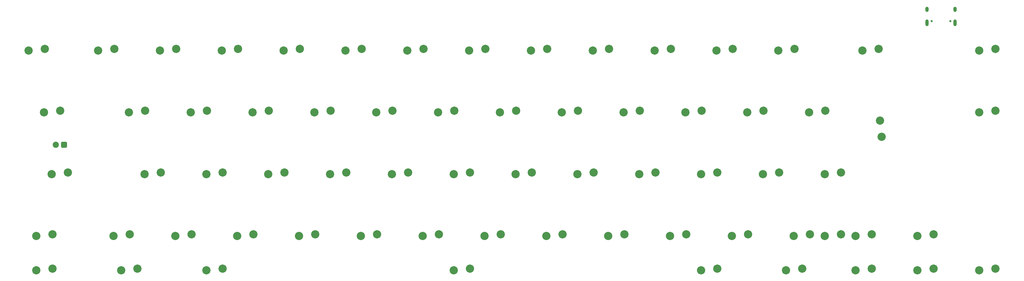
<source format=gbr>
G04 #@! TF.GenerationSoftware,KiCad,Pcbnew,(6.0.11)*
G04 #@! TF.CreationDate,2023-02-22T21:30:24+00:00*
G04 #@! TF.ProjectId,borsdorf,626f7273-646f-4726-962e-6b696361645f,rev?*
G04 #@! TF.SameCoordinates,Original*
G04 #@! TF.FileFunction,Soldermask,Top*
G04 #@! TF.FilePolarity,Negative*
%FSLAX46Y46*%
G04 Gerber Fmt 4.6, Leading zero omitted, Abs format (unit mm)*
G04 Created by KiCad (PCBNEW (6.0.11)) date 2023-02-22 21:30:24*
%MOMM*%
%LPD*%
G01*
G04 APERTURE LIST*
G04 Aperture macros list*
%AMRoundRect*
0 Rectangle with rounded corners*
0 $1 Rounding radius*
0 $2 $3 $4 $5 $6 $7 $8 $9 X,Y pos of 4 corners*
0 Add a 4 corners polygon primitive as box body*
4,1,4,$2,$3,$4,$5,$6,$7,$8,$9,$2,$3,0*
0 Add four circle primitives for the rounded corners*
1,1,$1+$1,$2,$3*
1,1,$1+$1,$4,$5*
1,1,$1+$1,$6,$7*
1,1,$1+$1,$8,$9*
0 Add four rect primitives between the rounded corners*
20,1,$1+$1,$2,$3,$4,$5,0*
20,1,$1+$1,$4,$5,$6,$7,0*
20,1,$1+$1,$6,$7,$8,$9,0*
20,1,$1+$1,$8,$9,$2,$3,0*%
G04 Aperture macros list end*
%ADD10C,2.540000*%
%ADD11RoundRect,0.476250X0.476250X0.476250X-0.476250X0.476250X-0.476250X-0.476250X0.476250X-0.476250X0*%
%ADD12C,1.905000*%
%ADD13C,0.650000*%
%ADD14O,1.000000X2.100000*%
%ADD15O,1.000000X1.600000*%
G04 APERTURE END LIST*
D10*
X52268750Y-90225000D03*
X57268750Y-89725000D03*
D11*
X56038750Y-81125000D03*
D12*
X53498750Y-81125000D03*
D10*
X307443750Y-73700000D03*
X307943750Y-78700000D03*
X280868750Y-109275000D03*
X285868750Y-108775000D03*
X45125000Y-52125000D03*
X50125000Y-51625000D03*
X66556250Y-52125000D03*
X71556250Y-51625000D03*
X85606250Y-52125000D03*
X90606250Y-51625000D03*
X104656250Y-52125000D03*
X109656250Y-51625000D03*
X123706250Y-52125000D03*
X128706250Y-51625000D03*
X142756250Y-52125000D03*
X147756250Y-51625000D03*
X161806250Y-52125000D03*
X166806250Y-51625000D03*
X180856250Y-52125000D03*
X185856250Y-51625000D03*
X199906250Y-52125000D03*
X204906250Y-51625000D03*
X218956250Y-52125000D03*
X223956250Y-51625000D03*
X238006250Y-52125000D03*
X243006250Y-51625000D03*
X257056250Y-52125000D03*
X262056250Y-51625000D03*
X276106250Y-52125000D03*
X281106250Y-51625000D03*
X302050000Y-52125000D03*
X307050000Y-51625000D03*
X49887500Y-71175000D03*
X54887500Y-70675000D03*
X76081250Y-71175000D03*
X81081250Y-70675000D03*
X95131250Y-71175000D03*
X100131250Y-70675000D03*
X114181250Y-71175000D03*
X119181250Y-70675000D03*
X133231250Y-71175000D03*
X138231250Y-70675000D03*
X152281250Y-71175000D03*
X157281250Y-70675000D03*
X171331250Y-71175000D03*
X176331250Y-70675000D03*
X190381250Y-71175000D03*
X195381250Y-70675000D03*
X209431250Y-71175000D03*
X214431250Y-70675000D03*
X228481250Y-71175000D03*
X233481250Y-70675000D03*
X247531250Y-71175000D03*
X252531250Y-70675000D03*
X266581250Y-71175000D03*
X271581250Y-70675000D03*
X285631250Y-71175000D03*
X290631250Y-70675000D03*
X80843750Y-90225000D03*
X85843750Y-89725000D03*
X99893750Y-90225000D03*
X104893750Y-89725000D03*
X118943750Y-90225000D03*
X123943750Y-89725000D03*
X137993750Y-90225000D03*
X142993750Y-89725000D03*
X157043750Y-90225000D03*
X162043750Y-89725000D03*
X176093750Y-90225000D03*
X181093750Y-89725000D03*
X195143750Y-90225000D03*
X200143750Y-89725000D03*
X214193750Y-90225000D03*
X219193750Y-89725000D03*
X233243750Y-90225000D03*
X238243750Y-89725000D03*
X252293750Y-90225000D03*
X257293750Y-89725000D03*
X271343750Y-90225000D03*
X276343750Y-89725000D03*
X47506250Y-109275000D03*
X52506250Y-108775000D03*
X90368750Y-109275000D03*
X95368750Y-108775000D03*
X109418750Y-109275000D03*
X114418750Y-108775000D03*
X128468750Y-109275000D03*
X133468750Y-108775000D03*
X147518750Y-109275000D03*
X152518750Y-108775000D03*
X166568750Y-109275000D03*
X171568750Y-108775000D03*
X185618750Y-109275000D03*
X190618750Y-108775000D03*
X204668750Y-109275000D03*
X209668750Y-108775000D03*
X223718750Y-109275000D03*
X228718750Y-108775000D03*
X242768750Y-109275000D03*
X247768750Y-108775000D03*
X261818750Y-109275000D03*
X266818750Y-108775000D03*
X299918750Y-109275000D03*
X304918750Y-108775000D03*
X78700000Y-119325000D03*
X73700000Y-119825000D03*
X104893750Y-119325000D03*
X99893750Y-119825000D03*
X181093750Y-119325000D03*
X176093750Y-119825000D03*
X257293750Y-119325000D03*
X252293750Y-119825000D03*
X283487500Y-119325000D03*
X278487500Y-119825000D03*
X304918750Y-119325000D03*
X299918750Y-119825000D03*
X323968750Y-119325000D03*
X318968750Y-119825000D03*
X338018750Y-52125000D03*
X343018750Y-51625000D03*
X338018750Y-71175000D03*
X343018750Y-70675000D03*
X343018750Y-119325000D03*
X338018750Y-119825000D03*
X290393750Y-90225000D03*
X295393750Y-89725000D03*
X318968750Y-109275000D03*
X323968750Y-108775000D03*
X290393750Y-109275000D03*
X295393750Y-108775000D03*
X71318750Y-109275000D03*
X76318750Y-108775000D03*
X52506250Y-119325000D03*
X47506250Y-119825000D03*
D13*
X323360000Y-43075000D03*
X329140000Y-43075000D03*
D14*
X321930000Y-43605000D03*
D15*
X321930000Y-39425000D03*
D14*
X330570000Y-43605000D03*
D15*
X330570000Y-39425000D03*
M02*

</source>
